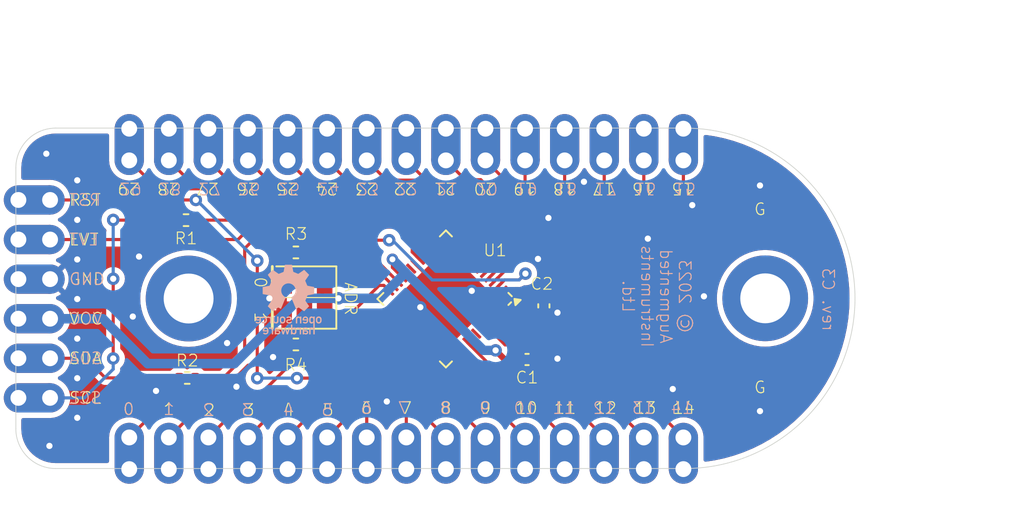
<source format=kicad_pcb>
(kicad_pcb (version 20240108) (generator "pcbnew") (generator_version "8.0")
  (title_block (title "TRILL-CRAFT") (date "2024-04-01") (rev "C3") (company "BELA / Augmented Instruments Ltd.") (comment 1 "https://bela.io"))
  (layers (0 "F.Cu" signal) (31 "B.Cu" signal) (34 "B.Paste" user) (35 "F.Paste" user) (36 "B.SilkS" user "B.Silkscreen") (37 "F.SilkS" user "F.Silkscreen") (38 "B.Mask" user) (39 "F.Mask" user) (44 "Edge.Cuts" user))
  (net 0 "")
  (net 1 "GND")
  (net 2 "VCC")
  (net 3 "/I2C_SCL")
  (net 4 "/I2C_SDA")
  (net 5 "/XRES")
  (net 6 "Net-(U1-(INT)P0[1])")
  (net 7 "/EVENT")
  (net 8 "/ADDR0")
  (net 9 "/ADDR1")
  (net 10 "Net-(J2-Pin_1)")
  (net 11 "Net-(J2-Pin_2)")
  (net 12 "Net-(J2-Pin_3)")
  (net 13 "Net-(J2-Pin_4)")
  (net 14 "Net-(J2-Pin_5)")
  (net 15 "Net-(J2-Pin_6)")
  (net 16 "Net-(J2-Pin_7)")
  (net 17 "Net-(J2-Pin_8)")
  (net 18 "Net-(J2-Pin_9)")
  (net 19 "Net-(J2-Pin_10)")
  (net 20 "Net-(J2-Pin_11)")
  (net 21 "Net-(J2-Pin_12)")
  (net 22 "Net-(J2-Pin_13)")
  (net 23 "Net-(J2-Pin_14)")
  (net 24 "Net-(J2-Pin_15)")
  (net 25 "Net-(J3-Pin_1)")
  (net 26 "Net-(J3-Pin_2)")
  (net 27 "Net-(J3-Pin_3)")
  (net 28 "Net-(J3-Pin_4)")
  (net 29 "Net-(J3-Pin_5)")
  (net 30 "Net-(J3-Pin_6)")
  (net 31 "Net-(J3-Pin_7)")
  (net 32 "Net-(J3-Pin_8)")
  (net 33 "Net-(J3-Pin_9)")
  (net 34 "Net-(J3-Pin_10)")
  (net 35 "Net-(J3-Pin_11)")
  (net 36 "Net-(J3-Pin_12)")
  (net 37 "Net-(J3-Pin_13)")
  (net 38 "Net-(J3-Pin_14)")
  (net 39 "Net-(J3-Pin_15)")
  (net 40 "Net-(U1-(PR{slash}SCL)P1[1])")
  (net 41 "Net-(U1-(PR{slash}SDA)P1[0])")
  (footprint "TRILL:trill_craft_1X6_2.54mm_castelated_round" (layer "F.Cu") (at 128.1811 98.7171 -90)
    (property "Reference" "J1" (hide yes))
    (property "Value" "Conn_01x06" (hide yes))
  )
  (footprint "Package_DFN_QFN:QFN-48-1EP_6x6mm_P0.4mm_EP4.6x4.6mm" (layer "F.Cu") (at 153.5811 105.0671 -135)
    (property "Reference" "U1")
    (property "Value" "CY8C20666A-24LQXI")
  )
  (footprint "Capacitor_SMD:C_0402_1005Metric" (layer "F.Cu") (at 158.788 108.9538 180)
    (property "Reference" "C1")
    (property "Value" "100nF")
  )
  (footprint "TRILL:trill_craft_1x15_2.54mm_castellated_round" (layer "F.Cu") (at 133.2611 113.9571)
    (property "Reference" "J2" (hide yes))
    (property "Value" "Conn_01x15_Female")
  )
  (footprint "TRILL:trill_craft_1x15_2.54mm_castellated_round" (layer "F.Cu") (at 168.8211 96.1771 180)
    (property "Reference" "J3" (hide yes))
    (property "Value" "Conn_01x15_Female")
  )
  (footprint "MountingHole:MountingHole_3.2mm_M3_ISO14580_Pad" (layer "F.Cu") (at 174.0711 105.029)
    (property "Reference" "H1" (hide yes))
    (property "Value" "MountingHole_Pad")
  )
  (footprint "Capacitor_SMD:C_0402_1005Metric" (layer "F.Cu") (at 159.8676 105.5116 -90)
    (property "Reference" "C2")
    (property "Value" "2.2nF")
  )
  (footprint "MountingHole:MountingHole_3.2mm_M3_ISO14580_Pad" (layer "F.Cu") (at 137.0711 105.0422)
    (property "Reference" "H2" (hide yes))
    (property "Value" "MountingHole_Pad")
  )
  (footprint "Resistor_SMD:R_0402_1005Metric" (layer "F.Cu") (at 143.955 102.0826 180)
    (property "Reference" "R3")
    (property "Value" "47k")
  )
  (footprint "Resistor_SMD:R_0402_1005Metric" (layer "F.Cu") (at 143.955 107.9886 180)
    (property "Reference" "R4")
    (property "Value" "47k")
  )
  (footprint "Resistor_SMD:R_0402_1005Metric" (layer "F.Cu") (at 136.906 100.0125 180)
    (property "Reference" "R1")
    (property "Value" "100")
  )
  (footprint "TRILL:trill_craft_circular_pad_smd" (layer "F.Cu") (at 171.958 99.949)
    (property "Reference" "TP1" (hide yes))
    (property "Value" "Conn_01x01_Female")
  )
  (footprint "TRILL:trill_craft_circular_pad_smd" (layer "F.Cu") (at 171.958 114.427)
    (property "Reference" "TP2" (hide yes))
    (property "Value" "Conn_01x01_Female")
  )
  (footprint "TRILL:SolderJumper-2x3_P1.3mm_Open_Pad1.0x1.5mm" (layer "F.Cu") (at 144.499601 103.979245 180)
    (property "Reference" "JP1" (hide yes))
    (property "Value" "Jumper_2x3_Open")
  )
  (footprint "Resistor_SMD:R_0402_1005Metric" (layer "F.Cu") (at 136.9822 110.1344 180)
    (property "Reference" "R2")
    (property "Value" "100")
  )
  (footprint "TRILL:OpenSourceHardware_Logo" (layer "B.Cu") (at 143.469927 105.655187 180)
    (property "Reference" "G5" (hide yes))
    (property "Value" "OpenSourceHardware_Logo")
  )
  (gr_line (start 168.91 94.107) (end 128.542066 94.107) (stroke (width 0.05)) (layer "Edge.Cuts"))
  (gr_line (start 125.984 96.647) (end 125.984 113.392934) (stroke (width 0.05)) (layer "Edge.Cuts"))
  (gr_line (start 128.524 115.951) (end 168.91 115.951) (stroke (width 0.05)) (layer "Edge.Cuts"))
  (gr_arc (start 125.984 96.647) (mid 126.739601 94.849845) (end 128.542066 94.107) (stroke (width 0.05)) (layer "Edge.Cuts"))
  (gr_arc (start 128.524 115.951) (mid 126.726845 115.195399) (end 125.984 113.392934) (stroke (width 0.05)) (layer "Edge.Cuts"))
  (gr_arc (start 168.91 94.107) (mid 179.832 105.029) (end 168.91 115.951) (stroke (width 0.05)) (layer "Edge.Cuts"))
  (gr_text "rev. ${REVISION}" (at 177.673 107.188 270) (layer "B.SilkS") (effects (font (size 0.75 0.75) (thickness 0.07)) (justify left bottom mirror)))
  (gr_text "29" (at 134.112 98.425 180) (layer "B.SilkS") (effects (font (size 0.75 0.75) (thickness 0.07)) (justify right top mirror)))
  (gr_text "26" (at 141.732 98.425 180) (layer "B.SilkS") (effects (font (size 0.75 0.75) (thickness 0.07)) (justify right top mirror)))
  (gr_text "27" (at 139.1793 98.425 180) (layer "B.SilkS") (effects (font (size 0.75 0.75) (thickness 0.07)) (justify right top mirror)))
  (gr_text "28" (at 136.652 98.425 180) (layer "B.SilkS") (effects (font (size 0.75 0.75) (thickness 0.07)) (justify right top mirror)))
  (gr_text "15" (at 169.672 98.425 180) (layer "B.SilkS") (effects (font (size 0.75 0.75) (thickness 0.07)) (justify right top mirror)))
  (gr_text "16" (at 167.132 98.425 180) (layer "B.SilkS") (effects (font (size 0.75 0.75) (thickness 0.07)) (justify right top mirror)))
  (gr_text "17" (at 164.592 98.425 180) (layer "B.SilkS") (effects (font (size 0.75 0.75) (thickness 0.07)) (justify right top mirror)))
  (gr_text "18" (at 162.052 98.425 180) (layer "B.SilkS") (effects (font (size 0.75 0.75) (thickness 0.07)) (justify right top mirror)))
  (gr_text "19" (at 159.512 98.425 180) (layer "B.SilkS") (effects (font (size 0.75 0.75) (thickness 0.07)) (justify right top mirror)))
  (gr_text "20" (at 156.972 98.425 180) (layer "B.SilkS") (effects (font (size 0.75 0.75) (thickness 0.07)) (justify right top mirror)))
  (gr_text "21" (at 154.4066 98.425 180) (layer "B.SilkS") (effects (font (size 0.75 0.75) (thickness 0.07)) (justify right top mirror)))
  (gr_text "22" (at 151.8158 98.425 180) (layer "B.SilkS") (effects (font (size 0.75 0.75) (thickness 0.07)) (justify right top mirror)))
  (gr_text "23" (at 149.352 98.425 180) (layer "B.SilkS") (effects (font (size 0.75 0.75) (thickness 0.07)) (justify right top mirror)))
  (gr_text "25" (at 144.272 98.425 180) (layer "B.SilkS") (effects (font (size 0.75 0.75) (thickness 0.07)) (justify right top mirror)))
  (gr_text "24" (at 146.812 98.425 180) (layer "B.SilkS") (effects (font (size 0.75 0.75) (thickness 0.07)) (justify right top mirror)))
  (gr_text "8" (at 153.1366 111.633 0) (layer "B.SilkS") (effects (font (size 0.75 0.75) (thickness 0.07)) (justify right top mirror)))
  (gr_text "13" (at 165.481 111.633 0) (layer "B.SilkS") (effects (font (size 0.75 0.75) (thickness 0.07)) (justify right top mirror)))
  (gr_text "14" (at 167.9575 111.633 0) (layer "B.SilkS") (effects (font (size 0.75 0.75) (thickness 0.07)) (justify right top mirror)))
  (gr_text "0" (at 133.223 112.141 0) (layer "B.SilkS") (effects (font (size 0.75 0.75) (thickness 0.07)) (justify mirror)))
  (gr_text "12\n" (at 162.9664 111.633 0) (layer "B.SilkS") (effects (font (size 0.75 0.75) (thickness 0.07)) (justify right top mirror)))
  (gr_text "11\n" (at 160.3756 111.633 0) (layer "B.SilkS") (effects (font (size 0.75 0.75) (thickness 0.07)) (justify right top mirror)))
  (gr_text "1" (at 135.8138 112.141 0) (layer "B.SilkS") (effects (font (size 0.75 0.75) (thickness 0.07)) (justify mirror)))
  (gr_text "2" (at 137.922 111.76 0) (layer "B.SilkS") (effects (font (size 0.75 0.75) (thickness 0.07)) (justify right top mirror)))
  (gr_text "3" (at 140.4112 111.76 0) (layer "B.SilkS") (effects (font (size 0.75 0.75) (thickness 0.07)) (justify right top mirror)))
  (gr_text "4" (at 143.0782 111.76 0) (layer "B.SilkS") (effects (font (size 0.75 0.75) (thickness 0.07)) (justify right top mirror)))
  (gr_text "5" (at 145.542 111.76 0) (layer "B.SilkS") (effects (font (size 0.75 0.75) (thickness 0.07)) (justify right top mirror)))
  (gr_text "6" (at 148.0566 111.633 0) (layer "B.SilkS") (effects (font (size 0.75 0.75) (thickness 0.07)) (justify right top mirror)))
  (gr_text "7" (at 150.4442 111.633 0) (layer "B.SilkS") (effects (font (size 0.75 0.75) (thickness 0.07)) (justify right top mirror)))
  (gr_text "9" (at 155.6766 111.633 0) (layer "B.SilkS") (effects (font (size 0.75 0.75) (thickness 0.07)) (justify right top mirror)))
  (gr_text "10" (at 157.8864 111.633 0) (layer "B.SilkS") (effects (font (size 0.75 0.75) (thickness 0.07)) (justify right top mirror)))
  (gr_text "GND" (at 129.3622 103.7971 0) (layer "B.SilkS") (effects (font (size 0.75 0.75) (thickness 0.07)) (justify right mirror)))
  (gr_text "© 2023\nAugmented\nInstruments\nLtd." (at 164.846 104.902 270) (layer "B.SilkS") (effects (font (size 0.75 0.75) (thickness 0.07)) (justify bottom mirror)))
  (gr_text "VCC" (at 129.3622 106.3371 0) (layer "B.SilkS") (effects (font (size 0.75 0.75) (thickness 0.07)) (justify right mirror)))
  (gr_text "SCL" (at 129.3622 111.4171 0) (layer "B.SilkS") (effects (font (size 0.75 0.75) (thickness 0.07)) (justify right mirror)))
  (gr_text "RST" (at 129.3622 98.7171 0) (layer "B.SilkS") (effects (font (size 0.75 0.75) (thickness 0.07)) (justify right mirror)))
  (gr_text "SDA" (at 129.3622 108.8771 0) (layer "B.SilkS") (effects (font (size 0.75 0.75) (thickness 0.07)) (justify right mirror)))
  (gr_text "EVT" (at 129.3622 101.2571 0) (layer "B.SilkS") (effects (font (size 0.75 0.75) (thickness 0.07)) (justify right mirror)))
  (gr_text "2" (at 138.811 111.76 0) (layer "F.SilkS") (effects (font (size 0.75 0.75) (thickness 0.07)) (justify right top)))
  (gr_text "0" (at 133.223 112.141 0) (layer "F.SilkS") (effects (font (size 0.75 0.75) (thickness 0.07))))
  (gr_text "25" (at 142.621 98.425 180) (layer "F.SilkS") (effects (font (size 0.75 0.75) (thickness 0.07)) (justify right top)))
  (gr_text "17" (at 162.941 98.425 180) (layer "F.SilkS") (effects (font (size 0.75 0.75) (thickness 0.07)) (justify right top)))
  (gr_text "16" (at 165.481 98.425 180) (layer "F.SilkS") (effects (font (size 0.75 0.75) (thickness 0.07)) (justify right top)))
  (gr_text "15" (at 168.021 98.425 180) (layer "F.SilkS") (effects (font (size 0.75 0.75) (thickness 0.07)) (justify right top)))
  (gr_text "23" (at 147.701 98.425 180) (layer "F.SilkS") (effects (font (size 0.75 0.75) (thickness 0.07)) (justify right top)))
  (gr_text "22" (at 150.1648 98.425 180) (layer "F.SilkS") (effects (font (size 0.75 0.75) (thickness 0.07)) (justify right top)))
  (gr_text "21" (at 152.7556 98.425 180) (layer "F.SilkS") (effects (font (size 0.75 0.75) (thickness 0.07)) (justify right top)))
  (gr_text "20" (at 155.321 98.425 180) (layer "F.SilkS") (effects (font (size 0.75 0.75) (thickness 0.07)) (justify right top)))
  (gr_text "19" (at 157.861 98.425 180) (layer "F.SilkS") (effects (font (size 0.75 0.75) (thickness 0.07)) (justify right top)))
  (gr_text "18" (at 160.401 98.425 180) (layer "F.SilkS") (effects (font (size 0.75 0.75) (thickness 0.07)) (justify right top)))
  (gr_text "24" (at 145.161 98.425 180) (layer "F.SilkS") (effects (font (size 0.75 0.75) (thickness 0.07)) (justify right top)))
  (gr_text "28" (at 135.001 98.425 180) (layer "F.SilkS") (effects (font (size 0.75 0.75) (thickness 0.07)) (justify right top)))
  (gr_text "26" (at 140.081 98.425 180) (layer "F.SilkS") (effects (font (size 0.75 0.75) (thickness 0.07)) (justify right top)))
  (gr_text "27" (at 137.5283 98.425 180) (layer "F.SilkS") (effects (font (size 0.75 0.75) (thickness 0.07)) (justify right top)))
  (gr_text "RST" (at 129.3622 98.7171 0) (layer "F.SilkS") (effects (font (size 0.75 0.75) (thickness 0.07)) (justify left)))
  (gr_text "10" (at 159.512 111.633 0) (layer "F.SilkS") (effects (font (size 0.75 0.75) (thickness 0.07)) (justify right top)))
  (gr_text "9" (at 156.5275 111.633 0) (layer "F.SilkS") (effects (font (size 0.75 0.75) (thickness 0.07)) (justify right top)))
  (gr_text "7" (at 151.4475 111.633 0) (layer "F.SilkS") (effects (font (size 0.75 0.75) (thickness 0.07)) (justify right top)))
  (gr_text "6" (at 148.9075 111.633 0) (layer "F.SilkS") (effects (font (size 0.75 0.75) (thickness 0.07)) (justify right top)))
  (gr_text "5" (at 146.431 111.76 0) (layer "F.SilkS") (effects (font (size 0.75 0.75) (thickness 0.07)) (justify right top)))
  (gr_text "4" (at 143.891 111.76 0) (layer "F.SilkS") (effects (font (size 0.75 0.75) (thickness 0.07)) (justify right top)))
  (gr_text "3" (at 141.351 111.76 0) (layer "F.SilkS") (effects (font (size 0.75 0.75) (thickness 0.07)) (justify right top)))
  (gr_text "11\n" (at 161.9885 111.633 0) (layer "F.SilkS") (effects (font (size 0.75 0.75) (thickness 0.07)) (justify right top)))
  (gr_text "12\n" (at 164.592 111.633 0) (layer "F.SilkS") (effects (font (size 0.75 0.75) (thickness 0.07)) (justify right top)))
  (gr_text "14" (at 169.6085 111.633 0) (layer "F.SilkS") (effects (font (size 0.75 0.75) (thickness 0.07)) (justify right top)))
  (gr_text "13" (at 167.132 111.633 0) (layer "F.SilkS") (effects (font (size 0.75 0.75) (thickness 0.07)) (justify right top)))
  (gr_text "8" (at 153.9875 111.633 0) (layer "F.SilkS") (effects (font (size 0.75 0.75) (thickness 0.07)) (justify right top)))
  (gr_text "1" (at 135.8011 112.141 0) (layer "F.SilkS") (effects (font (size 0.75 0.75) (thickness 0.07))))
  (gr_text "29" (at 132.461 98.425 180) (layer "F.SilkS") (effects (font (size 0.75 0.75) (thickness 0.07)) (justify right top)))
  (gr_text "SCL\n" (at 129.3622 111.4171 0) (layer "F.SilkS") (effects (font (size 0.75 0.75) (thickness 0.07)) (justify left)))
  (gr_text "SDA" (at 129.3622 108.8771 0) (layer "F.SilkS") (effects (font (size 0.75 0.75) (thickness 0.07)) (justify left)))
  (gr_text "VCC" (at 129.3622 106.3371 0) (layer "F.SilkS") (effects (font (size 0.75 0.75) (thickness 0.07)) (justify left)))
  (gr_text "G" (at 173.736 110.744 0) (layer "F.SilkS") (effects (font (size 0.75 0.75) (thickness 0.07))))
  (gr_text "GND" (at 129.3622 103.7971 0) (layer "F.SilkS") (effects (font (size 0.75 0.75) (thickness 0.07)) (justify left)))
  (gr_text "G" (at 173.736 99.314 0) (layer "F.SilkS") (effects (font (size 0.75 0.75) (thickness 0.07))))
  (gr_text "ADR" (at 147.469601 105.059845 270) (layer "F.SilkS") (effects (font (size 0.75 0.75) (thickness 0.07))))
  (gr_text "EVT" (at 129.3622 101.2571 0) (layer "F.SilkS") (effects (font (size 0.75 0.75) (thickness 0.07)) (justify left)))
  (segment (start 143.165 103.1164) (end 143.445 102.8364) (width 0.2) (layer "F.Cu") (net 1))
  (segment (start 143.445 107.9886) (end 143.445 107.2226) (width 0.2) (layer "F.Cu") (net 1))
  (segment (start 153.5811 104.784258) (end 151.636556 102.839714) (width 0.2) (layer "F.Cu") (net 1))
  (segment (start 153.5811 105.0671) (end 156.126684 105.0671) (width 0.2) (layer "F.Cu") (net 1))
  (segment (start 160.739601 108.899845) (end 160.685646 108.9538) (width 0.2) (layer "F.Cu") (net 1))
  (segment (start 143.165 104.0062) (end 143.165 103.1164) (width 0.2) (layer "F.Cu") (net 1))
  (segment (start 157.709584 106.65) (end 156.939857 105.880273) (width 0.2032) (layer "F.Cu") (net 1))
  (segment (start 143.165 104.0062) (end 143.165 104.9634) (width 0.2) (layer "F.Cu") (net 1))
  (segment (start 173.736 97.79) (end 171.958 97.79) (width 0.6096) (layer "F.Cu") (net 1))
  (segment (start 160.685646 108.9538) (end 159.268 108.9538) (width 0.2) (layer "F.Cu") (net 1))
  (segment (start 142.2532 105.029) (end 143.0994 105.029) (width 0.2) (layer "F.Cu") (net 1))
  (segment (start 173.736 112.268) (end 171.958 112.268) (width 0.6096) (layer "F.Cu") (net 1))
  (segment (start 153.5811 105.0671) (end 153.5811 104.784258) (width 0.2) (layer "F.Cu") (net 1))
  (segment (start 143.165 106.0062) (end 143.165 106.9426) (width 0.2) (layer "F.Cu") (net 1))
  (segment (start 159.836016 106.023184) (end 159.8676 105.9916) (width 0.35) (layer "F.Cu") (net 1))
  (segment (start 159.266262 106.023184) (end 159.836016 106.023184) (width 0.35) (layer "F.Cu") (net 1))
  (segment (start 143.165 104.9634) (end 143.165 106.0062) (width 0.2) (layer "F.Cu") (net 1))
  (segment (start 158.239601 106.65) (end 157.709584 106.65) (width 0.2032) (layer "F.Cu") (net 1))
  (segment (start 143.445 107.2226) (end 143.165 106.9426) (width 0.2) (layer "F.Cu") (net 1))
  (segment (start 143.0994 105.029) (end 143.165 104.9634) (width 0.2) (layer "F.Cu") (net 1))
  (segment (start 158.239601 106.65) (end 158.639446 106.65) (width 0.35) (layer "F.Cu") (net 1))
  (segment (start 156.126684 105.0671) (end 156.939857 105.880273) (width 0.2) (layer "F.Cu") (net 1))
  (segment (start 129.925 110.155) (end 129.925 112.695) (width 0.508) (layer "F.Cu") (net 1))
  (segment (start 158.639446 106.65) (end 159.266262 106.023184) (width 0.35) (layer "F.Cu") (net 1))
  (segment (start 129.925 107.615) (end 129.925 105.075) (width 0.508) (layer "F.Cu") (net 1))
  (segment (start 143.445 102.8364) (end 143.445 102.0826) (width 0.2) (layer "F.Cu") (net 1))
  (via (at 160.739601 108.899845) (size 0.8) (drill 0.4) (layers "F.Cu" "B.Cu") (net 1))
  (via (at 155.239601 104.549845) (size 0.8) (drill 0.4) (layers "F.Cu" "B.Cu") (net 1))
  (via (at 151.939601 105.599845) (size 0.8) (drill 0.4) (layers "F.Cu" "B.Cu") (net 1))
  (via (at 169.389601 99.049845) (size 0.8) (drill 0.4) (layers "F.Cu" "B.Cu") (net 1))
  (via (at 166.539601 101.199845) (size 0.8) (drill 0.4) (layers "F.Cu" "B.Cu") (net 1))
  (via (at 170.139601 104.899845) (size 0.8) (drill 0.4) (layers "F.Cu" "B.Cu") (net 1))
  (via (at 134.98 110.97) (size 0.8) (drill 0.4) (layers "F.Cu" "B.Cu") (net 1))
  (via (at 129.925 110.155) (size 0.8) (drill 0.4) (layers "F.Cu" "B.Cu") (net 1))
  (via (at 160.159601 99.869845) (size 0.8) (drill 0.4) (layers "F.Cu" "B.Cu") (net 1))
  (via (at 129.925 97.455) (size 0.8) (drill 0.4) (layers "F.Cu" "B.Cu") (net 1))
  (via (at 142.489601 108.799845) (size 0.8) (drill 0.4) (layers "F.Cu" "B.Cu") (net 1))
  (via (at 173.736 97.79) (size 0.8) (drill 0.4) (layers "F.Cu" "B.Cu") (net 1))
  (via (at 168.139601 110.849845) (size 0.8) (drill 0.4) (layers "F.Cu" "B.Cu") (net 1))
  (via (at 162.439601 97.549845) (size 0.8) (drill 0.4) (layers "F.Cu" "B.Cu") (net 1))
  (via (at 129.925 112.695) (size 0.8) (drill 0.4) (layers "F.Cu" "B.Cu") (net 1))
  (via (at 129.925 102.535) (size 0.8) (drill 0.4) (layers "F.Cu" "B.Cu") (net 1))
  (via (at 140.139601 110.699845) (size 0.8) (drill 0.4) (layers "F.Cu" "B.Cu") (net 1))
  (via (at 133.889601 102.349845) (size 0.8) (drill 0.4) (layers "F.Cu" "B.Cu") (net 1))
  (via (at 128.139601 114.499845) (size 0.8) (drill 0.4) (layers "F.Cu" "B.Cu") (net 1))
  (via (at 129.925 105.075) (size 0.8) (drill 0.4) (layers "F.Cu" "B.Cu") (net 1))
  (via (at 142.2532 105.029) (size 0.8) (drill 0.4) (layers "F.Cu" "B.Cu") (net 1))
  (via (at 139.539601 107.899845) (size 0.8) (drill 0.4) (layers "F.Cu" "B.Cu") (net 1))
  (via (at 159.489601 102.499845) (size 0.8) (drill 0.4) (layers "F.Cu" "B.Cu") (net 1))
  (via (at 173.736 112.268) (size 0.8) (drill 0.4) (layers "F.Cu" "B.Cu") (net 1))
  (via (at 127.939601 95.749845) (size 0.8) (drill 0.4) (layers "F.Cu" "B.Cu") (net 1))
  (via (at 129.925 107.615) (size 0.8) (drill 0.4) (layers "F.Cu" "B.Cu") (net 1))
  (via (at 160.739601 105.949845) (size 0.8) (drill 0.4) (layers "F.Cu" "B.Cu") (net 1))
  (via (at 133.489601 106.199845) (size 0.8) (drill 0.4) (layers "F.Cu" "B.Cu") (net 1))
  (via (at 129.925 99.995) (size 0.8) (drill 0.4) (layers "F.Cu" "B.Cu") (net 1))
  (via (at 149.789601 111.649845) (size 0.8) (drill 0.4) (layers "F.Cu" "B.Cu") (net 1))
  (segment (start 129.925 110.155) (end 129.925 107.615) (width 0.508) (layer "B.Cu") (net 1))
  (segment (start 145.6503 105.029) (end 145.6503 106.045) (width 0.2) (layer "F.Cu") (net 2))
  (segment (start 156.033986 108.368514) (end 155.242801 107.577329) (width 0.2) (layer "F.Cu") (net 2))
  (segment (start 146.6855 105.029) (end 145.6503 105.029) (width 0.2) (layer "F.Cu") (net 2))
  (segment (start 150.15 103.050214) (end 150.15 102.525) (width 0.2) (layer "F.Cu") (net 2))
  (segment (start 156.770932 108.368514) (end 157.356218 108.9538) (width 0.4) (layer "F.Cu") (net 2))
  (segment (start 156.770932 108.368514) (end 156.033986 108.368514) (width 0.2) (layer "F.Cu") (net 2))
  (segment (start 145.6503 104.0257) (end 145.6503 105.029) (width 0.2) (layer "F.Cu") (net 2))
  (segment (start 157.639601 108.9538) (end 158.308 108.9538) (width 0.2) (layer "F.Cu") (net 2))
  (segment (start 150.15 103.050214) (end 150.788028 103.688242) (width 0.2) (layer "F.Cu") (net 2))
  (segment (start 157.356218 108.9538) (end 157.639601 108.9538) (width 0.4) (layer "F.Cu") (net 2))
  (via (at 156.770932 108.368514) (size 0.8) (drill 0.4) (layers "F.Cu" "B.Cu") (net 2))
  (via (at 146.6855 105.029) (size 0.8) (drill 0.4) (layers "F.Cu" "B.Cu") (net 2))
  (via (at 150.15 102.525) (size 0.7366) (drill 0.381) (layers "F.Cu" "B.Cu") (net 2))
  (segment (start 134.4422 109.22) (end 140.0048 109.22) (width 0.6096) (layer "B.Cu") (net 2))
  (segment (start 150.15 102.525) (end 151 103.375) (width 0.6096) (layer "B.Cu") (net 2))
  (segment (start 156.770932 108.368514) (end 155.993514 108.368514) (width 0.6) (layer "B.Cu") (net 2))
  (segment (start 155.993514 108.368514) (end 151 103.375) (width 0.6) (layer "B.Cu") (net 2))
  (segment (start 131.5593 106.3371) (end 134.4422 109.22) (width 0.6096) (layer "B.Cu") (net 2))
  (segment (start 140.0048 109.22) (end 144.1958 105.029) (width 0.6096) (layer "B.Cu") (net 2))
  (segment (start 144.1958 105.029) (end 146.6855 105.029) (width 0.6096) (layer "B.Cu") (net 2))
  (segment (start 128.1811 106.3371) (end 131.5593 106.3371) (width 0.6096) (layer "B.Cu") (net 2))
  (segment (start 149.346 105.029) (end 151 103.375) (width 0.6096) (layer "B.Cu") (net 2))
  (segment (start 146.6855 105.029) (end 149.346 105.029) (width 0.6096) (layer "B.Cu") (net 2))
  (segment (start 132.2324 100.0125) (end 136.396 100.0125) (width 0.2) (layer "F.Cu") (net 3))
  (segment (start 132.2324 103.775) (end 132.2324 108.8898) (width 0.2) (layer "F.Cu") (net 3))
  (via (at 132.2324 99.9998) (size 0.8) (drill 0.4) (layers "F.Cu" "B.Cu") (net 3))
  (via (at 132.2324 103.775) (size 0.8) (drill 0.4) (layers "F.Cu" "B.Cu") (net 3))
  (via (at 132.2324 108.8898) (size 0.8) (drill 0.4) (layers "F.Cu" "B.Cu") (net 3))
  (segment (start 132.2324 108.8898) (end 132.2324 109.5756) (width 0.2) (layer "B.Cu") (net 3))
  (segment (start 130.3909 111.4171) (end 128.1811 111.4171) (width 0.2) (layer "B.Cu") (net 3))
  (segment (start 132.2324 109.5756) (end 130.3909 111.4171) (width 0.2) (layer "B.Cu") (net 3))
  (segment (start 132.2324 99.9998) (end 132.2324 103.775) (width 0.2) (layer "B.Cu") (net 3))
  (segment (start 128.1811 108.8771) (end 130.4671 108.8771) (width 0.2) (layer "F.Cu") (net 4))
  (segment (start 136.4722 110.1344) (end 131.7244 110.1344) (width 0.2) (layer "F.Cu") (net 4))
  (segment (start 130.4671 108.8771) (end 131.4323 109.8423) (width 0.2) (layer "F.Cu") (net 4))
  (segment (start 131.7244 110.1344) (end 131.4323 109.8423) (width 0.2) (layer "F.Cu") (net 4))
  (segment (start 150.222343 105.880273) (end 145.952616 110.15) (width 0.2) (layer "F.Cu") (net 5))
  (segment (start 137.5329 98.7171) (end 128.1811 98.7171) (width 0.2) (layer "F.Cu") (net 5))
  (segment (start 145.952616 110.15) (end 144.025 110.15) (width 0.2) (layer "F.Cu") (net 5))
  (segment (start 141.478 102.616) (end 141.475 110.15) (width 0.2) (layer "F.Cu") (net 5))
  (via (at 137.5329 98.7171) (size 0.8) (drill 0.4) (layers "F.Cu" "B.Cu") (net 5))
  (via (at 141.475 110.15) (size 0.8) (drill 0.4) (layers "F.Cu" "B.Cu") (net 5))
  (via (at 144.025 110.15) (size 0.8) (drill 0.4) (layers "F.Cu" "B.Cu") (net 5))
  (via (at 141.478 102.616) (size 0.8) (drill 0.4) (layers "F.Cu" "B.Cu") (net 5))
  (segment (start 137.5791 98.7171) (end 141.478 102.616) (width 0.2) (layer "B.Cu") (net 5))
  (segment (start 137.5329 98.7171) (end 137.5791 98.7171) (width 0.2) (layer "B.Cu") (net 5))
  (segment (start 144.025 110.15) (end 141.475 110.15) (width 0.2) (layer "B.Cu") (net 5))
  (segment (start 159.8676 105.0316) (end 159.076876 105.0316) (width 0.4) (layer "F.Cu") (net 6))
  (segment (start 158.108476 106) (end 157.62527 106) (width 0.2032) (layer "F.Cu") (net 6))
  (segment (start 157.62527 106) (end 157.2227 105.59743) (width 0.2032) (layer "F.Cu") (net 6))
  (segment (start 159.076876 105.0316) (end 158.108476 106) (width 0.2032) (layer "F.Cu") (net 6))
  (segment (start 148.505 101.08) (end 145.7 101.08) (width 0.2) (layer "F.Cu") (net 7))
  (segment (start 145.2675 100.6475) (end 140.8525 100.6475) (width 0.2) (layer "F.Cu") (net 7))
  (segment (start 140.8525 100.6475) (end 140.2429 101.2571) (width 0.2) (layer "F.Cu") (net 7))
  (segment (start 149.939601 101.3) (end 148.725 101.3) (width 0.2) (layer "F.Cu") (net 7))
  (segment (start 157.343939 103.849845) (end 156.939857 104.253927) (width 0.2) (layer "F.Cu") (net 7))
  (segment (start 140.2429 101.2571) (end 128.1811 101.2571) (width 0.2) (layer "F.Cu") (net 7))
  (segment (start 145.7 101.08) (end 145.2675 100.6475) (width 0.2) (layer "F.Cu") (net 7))
  (segment (start 148.725 101.3) (end 148.505 101.08) (width 0.2) (layer "F.Cu") (net 7))
  (segment (start 158.278155 103.849845) (end 157.343939 103.849845) (width 0.2) (layer "F.Cu") (net 7))
  (segment (start 158.683878 103.444122) (end 158.278155 103.849845) (width 0.2) (layer "F.Cu") (net 7))
  (via (at 158.683878 103.444122) (size 0.8) (drill 0.4) (layers "F.Cu" "B.Cu") (net 7))
  (via (at 149.939601 101.3) (size 0.8) (drill 0.4) (layers "F.Cu" "B.Cu") (net 7))
  (segment (start 152.7 103.85) (end 150.15 101.3) (width 0.2) (layer "B.Cu") (net 7))
  (segment (start 158.278 103.85) (end 152.7 103.85) (width 0.2) (layer "B.Cu") (net 7))
  (segment (start 150.15 101.3) (end 149.939601 101.3) (width 0.2) (layer "B.Cu") (net 7))
  (segment (start 158.683878 103.444122) (end 158.278 103.85) (width 0.2) (layer "B.Cu") (net 7))
  (segment (start 144.465 102.0826) (end 144.465 104.011) (width 0.2) (layer "F.Cu") (net 8))
  (segment (start 148.051016 102.0826) (end 144.465 102.0826) (width 0.2) (layer "F.Cu") (net 8))
  (segment (start 150.222343 104.253927) (end 148.051016 102.0826) (width 0.2) (layer "F.Cu") (net 8))
  (segment (start 144.465 107.9886) (end 145.5114 107.9886) (width 0.2) (layer "F.Cu") (net 9))
  (segment (start 145.5114 107.9886) (end 149.3 104.2) (width 0.2) (layer "F.Cu") (net 9))
  (segment (start 144.465 107.9886) (end 144.465 106.0597) (width 0.2) (layer "F.Cu") (net 9))
  (segment (start 149.59945 104.2) (end 149.93786 104.53841) (width 0.2) (layer "F.Cu") (net 9))
  (segment (start 144.465 106.0597) (end 144.4503 106.045) (width 0.2) (layer "F.Cu") (net 9))
  (segment (start 149.3 104.2) (end 149.59945 104.2) (width 0.2) (layer "F.Cu") (net 9))
  (segment (start 149.9395 105.59743) (end 146.36773 109.1692) (width 0.2) (layer "F.Cu") (net 10))
  (segment (start 146.36773 109.1692) (end 145.589913 109.1692) (width 0.2) (layer "F.Cu") (net 10))
  (segment (start 141.2494 111.6076) (end 143.6878 109.1692) (width 0.2032) (layer "F.Cu") (net 10))
  (segment (start 133.2611 113.9571) (end 135.6106 111.6076) (width 0.2032) (layer "F.Cu") (net 10))
  (segment (start 135.6106 111.6076) (end 141.2494 111.6076) (width 0.2032) (layer "F.Cu") (net 10))
  (segment (start 143.6878 109.1692) (end 145.589913 109.1692) (width 0.2032) (layer "F.Cu") (net 10))
  (segment (start 141.492 112) (end 137.7582 112) (width 0.2032) (layer "F.Cu") (net 11))
  (segment (start 142.192155 111.299845) (end 141.492 112) (width 0.2032) (layer "F.Cu") (net 11))
  (segment (start 144.489601 111.199845) (end 144.389601 111.299845) (width 0.2032) (layer "F.Cu") (net 11))
  (segment (start 145.868457 110.799845) (end 150.505186 106.163116) (width 0.2) (layer "F.Cu") (net 11))
  (segment (start 144.889601 110.799845) (end 145.868457 110.799845) (width 0.2) (layer "F.Cu") (net 11))
  (segment (start 137.7582 112) (end 135.8011 113.9571) (width 0.2032) (layer "F.Cu") (net 11))
  (segment (start 144.489601 111.199845) (end 144.889601 110.799845) (width 0.2) (layer "F.Cu") (net 11))
  (segment (start 144.389601 111.299845) (end 142.192155 111.299845) (width 0.2032) (layer "F.Cu") (net 11))
  (segment (start 146.211871 111.022115) (end 146.20847 111.022115) (width 0.2032) (layer "F.Cu") (net 12))
  (segment (start 146.20847 111.022115) (end 146.03074 111.199845) (width 0.2032) (layer "F.Cu") (net 12))
  (segment (start 145.100723 111.199845) (end 144.619723 111.680845) (width 0.2032) (layer "F.Cu") (net 12))
  (segment (start 146.03074 111.199845) (end 145.100723 111.199845) (width 0.2032) (layer "F.Cu") (net 12))
  (segment (start 141.627 112.5) (end 139.7982 112.5) (width 0.2032) (layer "F.Cu") (net 12))
  (segment (start 142.446155 111.680845) (end 141.627 112.5) (width 0.2032) (layer "F.Cu") (net 12))
  (segment (start 144.619723 111.680845) (end 142.446155 111.680845) (width 0.2032) (layer "F.Cu") (net 12))
  (segment (start 150.788028 106.445958) (end 146.211871 111.022115) (width 0.2) (layer "F.Cu") (net 12))
  (segment (start 139.7982 112.5) (end 138.3411 113.9571) (width 0.2032) (layer "F.Cu") (net 12))
  (segment (start 142.776355 112.061845) (end 140.8811 113.9571) (width 0.2032) (layer "F.Cu") (net 13))
  (segment (start 145.258539 111.580845) (end 144.777539 112.061845) (width 0.2032) (layer "F.Cu") (net 13))
  (segment (start 144.777539 112.061845) (end 142.776355 112.061845) (width 0.2032) (layer "F.Cu") (net 13))
  (segment (start 146.344714 111.454958) (end 146.218827 111.580845) (width 0.2032) (layer "F.Cu") (net 13))
  (segment (start 151.070871 106.728801) (end 146.344714 111.454958) (width 0.2) (layer "F.Cu") (net 13))
  (segment (start 146.218827 111.580845) (end 145.258539 111.580845) (width 0.2032) (layer "F.Cu") (net 13))
  (segment (start 146.452557 111.912801) (end 151.353714 107.011644) (width 0.2) (layer "F.Cu") (net 14))
  (segment (start 145.416355 111.961845) (end 143.4211 113.9571) (width 0.2032) (layer "F.Cu") (net 14))
  (segment (start 146.403513 111.961845) (end 145.416355 111.961845) (width 0.2032) (layer "F.Cu") (net 14))
  (segment (start 146.452557 111.912801) (end 146.403513 111.961845) (width 0.2032) (layer "F.Cu") (net 14))
  (segment (start 147.05 112.8682) (end 146.900899 113.017301) (width 0.2) (layer "F.Cu") (net 15))
  (segment (start 151.636556 107.294486) (end 147.05 111.881042) (width 0.2) (layer "F.Cu") (net 15))
  (segment (start 147.05 111.881042) (end 147.05 112.8682) (width 0.2) (layer "F.Cu") (net 15))
  (segment (start 145.9611 113.9571) (end 146.900899 113.017301) (width 0.2032) (layer "F.Cu") (net 15))
  (segment (start 148.5011 113.9571) (end 148.5011 110.995628) (width 0.2032) (layer "F.Cu") (net 16))
  (segment (start 148.5011 110.995628) (end 151.919399 107.577329) (width 0.2032) (layer "F.Cu") (net 16))
  (segment (start 151.0411 113.9571) (end 151.0411 109.021314) (width 0.2) (layer "F.Cu") (net 17))
  (segment (start 151.0411 109.021314) (end 152.202242 107.860172) (width 0.2) (layer "F.Cu") (net 17))
  (segment (start 151.887991 108.740107) (end 151.4205 109.207598) (width 0.2032) (layer "F.Cu") (net 18))
  (segment (start 151.4205 111.7965) (end 153.5811 113.9571) (width 0.2032) (layer "F.Cu") (net 18))
  (segment (start 151.4205 109.207598) (end 151.4205 111.7965) (width 0.2032) (layer "F.Cu") (net 18))
  (segment (start 151.887991 108.740107) (end 152.485084 108.143014) (width 0.2) (layer "F.Cu") (net 18))
  (segment (start 152.288796 110.09904) (end 156.1211 113.931344) (width 0.2032) (layer "F.Cu") (net 19))
  (segment (start 152.288796 110.09904) (end 152.288796 108.904988) (width 0.2) (layer "F.Cu") (net 19))
  (segment (start 152.288796 108.904988) (end 152.767927 108.425857) (width 0.2) (layer "F.Cu") (net 19))
  (segment (start 156.1211 113.931344) (end 156.1211 113.9571) (width 0.2032) (layer "F.Cu") (net 19))
  (segment (start 154.839601 111.9632) (end 156.6672 111.9632) (width 0.2032) (layer "F.Cu") (net 20))
  (segment (start 154.839601 111.9632) (end 154.752956 111.9632) (width 0.2) (layer "F.Cu") (net 20))
  (segment (start 156.6672 111.9632) (end 158.6611 113.9571) (width 0.2032) (layer "F.Cu") (net 20))
  (segment (start 154.752956 111.9632) (end 152.689601 109.899845) (width 0.2) (layer "F.Cu") (net 20))
  (segment (start 152.689601 109.899845) (end 152.689601 109.069869) (width 0.2) (layer "F.Cu") (net 20))
  (segment (start 152.689601 109.069869) (end 153.05077 108.7087) (width 0.2) (layer "F.Cu") (net 20))
  (segment (start 156.85792 111.45519) (end 154.11143 108.7087) (width 0.2032) (layer "F.Cu") (net 21))
  (segment (start 161.2011 113.9571) (end 158.69919 111.45519) (width 0.2032) (layer "F.Cu") (net 21))
  (segment (start 158.69919 111.45519) (end 156.85792 111.45519) (width 0.2032) (layer "F.Cu") (net 21))
  (segment (start 156.991806 111.02339) (end 154.394273 108.425857) (width 0.2032) (layer "F.Cu") (net 22))
  (segment (start 158.82339 111.02339) (end 156.991806 111.02339) (width 0.2032) (layer "F.Cu") (net 22))
  (segment (start 160.80739 111.02339) (end 163.7411 113.9571) (width 0.2032) (layer "F.Cu") (net 22))
  (segment (start 158.82339 111.02339) (end 160.80739 111.02339) (width 0.2032) (layer "F.Cu") (net 22))
  (segment (start 158.79969 110.60031) (end 157.134412 110.60031) (width 0.2032) (layer "F.Cu") (net 23))
  (segment (start 157.134412 110.60031) (end 154.677116 108.143014) (width 0.2032) (layer "F.Cu") (net 23))
  (segment (start 162.92431 110.60031) (end 166.2811 113.9571) (width 0.2032) (layer "F.Cu") (net 23))
  (segment (start 158.79969 110.60031) (end 162.92431 110.60031) (width 0.2032) (layer "F.Cu") (net 23))
  (segment (start 158.0225 110.1725) (end 165.0365 110.1725) (width 0.2032) (layer "F.Cu") (net 24))
  (segment (start 154.959958 107.860172) (end 157.272286 110.1725) (width 0.2) (layer "F.Cu") (net 24))
  (segment (start 165.0365 110.1725) (end 168.8211 113.9571) (width 0.2032) (layer "F.Cu") (net 24))
  (segment (start 157.272286 110.1725) (end 158.0225 110.1725) (width 0.2) (layer "F.Cu") (net 24))
  (segment (start 164.570601 104.568845) (end 161.125946 108.0135) (width 0.2032) (layer "F.Cu") (net 25))
  (segment (start 168.8211 97.668346) (end 164.570601 101.918845) (width 0.2032) (layer "F.Cu") (net 25))
  (segment (start 164.570601 101.918845) (end 164.570601 104.568845) (width 0.2032) (layer "F.Cu") (net 25))
  (segment (start 168.8211 96.1771) (end 168.8211 97.668346) (width 0.2032) (layer "F.Cu") (net 25))
  (segment (start 161.125946 108.0135) (end 157.376028 108.0135) (width 0.2032) (layer "F.Cu") (net 25))
  (segment (start 157.376028 108.0135) (end 156.091329 106.728801) (width 0.2032) (layer "F.Cu") (net 25))
  (segment (start 166.2811 97.608346) (end 166.2811 96.1771) (width 0.2032) (layer "F.Cu") (net 26))
  (segment (start 157.478543 107.550329) (end 161.050301 107.550329) (width 0.2032) (layer "F.Cu") (net 26))
  (segment (start 164.189601 99.699845) (end 166.2811 97.608346) (width 0.2032) (layer "F.Cu") (net 26))
  (segment (start 164.189601 104.411029) (end 164.189601 99.699845) (width 0.2032) (layer "F.Cu") (net 26))
  (segment (start 161.050301 107.550329) (end 164.189601 104.411029) (width 0.2032) (layer "F.Cu") (net 26))
  (segment (start 156.374172 106.445958) (end 157.478543 107.550329) (width 0.2032) (layer "F.Cu") (net 26))
  (segment (start 163.7411 96.1771) (end 163.7411 104.320714) (width 0.2032) (layer "F.Cu") (net 27))
  (segment (start 160.939294 107.12252) (end 157.616418 107.12252) (width 0.2032) (layer "F.Cu") (net 27))
  (segment (start 157.616418 107.12252) (end 156.657014 106.163116) (width 0.2032) (layer "F.Cu") (net 27))
  (segment (start 163.7411 104.320714) (end 160.939294 107.12252) (width 0.2032) (layer "F.Cu") (net 27))
  (segment (start 161.2011 97.5489) (end 159.2 99.55) (width 0.2) (layer "F.Cu") (net 28))
  (segment (start 161.2011 96.1771) (end 161.2011 97.5489) (width 0.2) (layer "F.Cu") (net 28))
  (segment (start 159.2 101.428098) (end 156.657014 103.971084) (width 0.2) (layer "F.Cu") (net 28))
  (segment (start 159.2 99.55) (end 159.2 101.428098) (width 0.2) (layer "F.Cu") (net 28))
  (segment (start 158.6611 96.1771) (end 158.6611 101.401314) (width 0.2) (layer "F.Cu") (net 29))
  (segment (start 158.6611 101.401314) (end 156.374172 103.688242) (width 0.2) (layer "F.Cu") (net 29))
  (segment (start 156.1211 96.1771) (end 157.822 97.878) (width 0.2) (layer "F.Cu") (net 30))
  (segment (start 157.723364 101.773364) (end 156.091329 103.405399) (width 0.2) (layer "F.Cu") (net 30))
  (segment (start 158.15 98.206) (end 157.822 97.878) (width 0.2) (layer "F.Cu") (net 30))
  (segment (start 157.723364 101.773364) (end 158.15 101.346728) (width 0.2) (layer "F.Cu") (net 30))
  (segment (start 158.15 101.346728) (end 158.15 98.206) (width 0.2) (layer "F.Cu") (net 30))
  (segment (start 157.6 101.331042) (end 155.808486 103.122556) (width 0.2032) (layer "F.Cu") (net 31))
  (segment (start 157.6 99.2) (end 157.6 101.331042) (width 0.2032) (layer "F.Cu") (net 31))
  (segment (start 154.823701 97.419701) (end 155.819701 97.419701) (width 0.2032) (layer "F.Cu") (net 31))
  (segment (start 153.5811 96.1771) (end 154.823701 97.419701) (width 0.2032) (layer "F.Cu") (net 31))
  (segment (start 155.819701 97.419701) (end 157.6 99.2) (width 0.2032) (layer "F.Cu") (net 31))
  (segment (start 153.385647 97.847511) (end 155.597511 97.847511) (width 0.2032) (layer "F.Cu") (net 32))
  (segment (start 157.1 101.265358) (end 155.525644 102.839714) (width 0.2032) (layer "F.Cu") (net 32))
  (segment (start 155.597511 97.847511) (end 157.1 99.35) (width 0.2032) (layer "F.Cu") (net 32))
  (segment (start 151.0411 96.1771) (end 152.283701 97.419701) (width 0.2032) (layer "F.Cu") (net 32))
  (segment (start 152.957837 97.419701) (end 153.385647 97.847511) (width 0.2032) (layer "F.Cu") (net 32))
  (segment (start 152.283701 97.419701) (end 152.957837 97.419701) (width 0.2032) (layer "F.Cu") (net 32))
  (segment (start 157.1 99.35) (end 157.1 101.265358) (width 0.2032) (layer "F.Cu") (net 32))
  (segment (start 148.5011 96.1771) (end 149.7711 97.4471) (width 0.2032) (layer "F.Cu") (net 33))
  (segment (start 152.038411 97.847511) (end 152.847511 97.847511) (width 0.2032) (layer "F.Cu") (net 33))
  (segment (start 151.638 97.4471) (end 152.038411 97.847511) (width 0.2032) (layer "F.Cu") (net 33))
  (segment (start 156.549836 101.249836) (end 155.242801 102.556871) (width 0.2) (layer "F.Cu") (net 33))
  (segment (start 153.25 98.25) (end 155.25 98.25) (width 0.2032) (layer "F.Cu") (net 33))
  (segment (start 155.25 98.25) (end 156 99) (width 0.2032) (layer "F.Cu") (net 33))
  (segment (start 152.847511 97.847511) (end 153.25 98.25) (width 0.2032) (layer "F.Cu") (net 33))
  (segment (start 149.7711 97.4471) (end 151.638 97.4471) (width 0.2032) (layer "F.Cu") (net 33))
  (segment (start 156 99) (end 156.549836 99.549836) (width 0.2) (layer "F.Cu") (net 33))
  (segment (start 156.549836 99.549836) (end 156.549836 101.249836) (width 0.2) (layer "F.Cu") (net 33))
  (segment (start 152.601593 98.275321) (end 153.038136 98.711864) (width 0.2032) (layer "F.Cu") (net 34))
  (segment (start 156 101.233986) (end 156 99.75) (width 0.2) (layer "F.Cu") (net 34))
  (segment (start 154.961864 98.711864) (end 155.625 99.375) (width 0.2032) (layer "F.Cu") (net 34))
  (segment (start 151.856621 98.275321) (end 152.601593 98.275321) (width 0.2032) (layer "F.Cu") (net 34))
  (segment (start 151.45621 97.87491) (end 151.856621 98.275321) (width 0.2032) (layer "F.Cu") (net 34))
  (segment (start 156 99.75) (end 155.625 99.375) (width 0.2) (layer "F.Cu") (net 34))
  (segment (start 154.959958 102.274028) (end 156 101.233986) (width 0.2) (layer "F.Cu") (net 34))
  (segment (start 145.9611 96.1771) (end 147.65891 97.87491) (width 0.2032) (layer "F.Cu") (net 34))
  (segment (start 153.038136 98.711864) (end 154.961864 98.711864) (width 0.2032) (layer "F.Cu") (net 34))
  (segment (start 147.65891 97.87491) (end 151.45621 97.87491) (width 0.2032) (layer "F.Cu") (net 34))
  (segment (start 155.434151 100.034151) (end 155.434151 101.234151) (width 0.2032) (layer "F.Cu") (net 35))
  (segment (start 147.0607 98.3107) (end 151.2824 98.3107) (width 0.2032) (layer "F.Cu") (net 35))
  (segment (start 145.113 97.869) (end 146.619 97.869) (width 0.2032) (layer "F.Cu") (net 35))
  (segment (start 151.2824 98.3107) (end 151.674831 98.703131) (width 0.2032) (layer "F.Cu") (net 35))
  (segment (start 146.619 97.869) (end 147.0607 98.3107) (width 0.2032) (layer "F.Cu") (net 35))
  (segment (start 154.530941 99.130941) (end 155.434151 100.034151) (width 0.2032) (layer "F.Cu") (net 35))
  (segment (start 152.491267 98.703131) (end 152.919077 99.130941) (width 0.2032) (layer "F.Cu") (net 35))
  (segment (start 151.674831 98.703131) (end 152.491267 98.703131) (width 0.2032) (layer "F.Cu") (net 35))
  (segment (start 155.434151 101.234151) (end 154.677116 101.991186) (width 0.2) (layer "F.Cu") (net 35))
  (segment (start 143.4211 96.1771) (end 145.113 97.869) (width 0.2032) (layer "F.Cu") (net 35))
  (segment (start 152.919077 99.130941) (end 154.530941 99.130941) (width 0.2032) (layer "F.Cu") (net 35))
  (segment (start 154.951308 100.351308) (end 154.951308 101.151308) (width 0.2032) (layer "F.Cu") (net 36))
  (segment (start 151.493041 99.130941) (end 152.380941 99.130941) (width 0.2032) (layer "F.Cu") (net 36))
  (segment (start 154.1807 99.5807) (end 154.951308 100.351308) (width 0.2032) (layer "F.Cu") (net 36))
  (segment (start 146.25 98.25) (end 146.772486 98.772486) (width 0.2032) (layer "F.Cu") (net 36))
  (segment (start 154.951308 101.151308) (end 154.394273 101.708343) (width 0.2032) (layer "F.Cu") (net 36))
  (segment (start 152.380941 99.130941) (end 152.8307 99.5807) (width 0.2032) (layer "F.Cu") (net 36))
  (segment (start 142.954 98.25) (end 146.25 98.25) (width 0.2032) (layer "F.Cu") (net 36))
  (segment (start 151.134586 98.772486) (end 151.493041 99.130941) (width 0.2032) (layer "F.Cu") (net 36))
  (segment (start 152.8307 99.5807) (end 154.1807 99.5807) (width 0.2032) (layer "F.Cu") (net 36))
  (segment (start 146.772486 98.772486) (end 151.134586 98.772486) (width 0.2032) (layer "F.Cu") (net 36))
  (segment (start 140.8811 96.1771) (end 142.954 98.25) (width 0.2032) (layer "F.Cu") (net 36))
  (segment (start 152.672884 99.9617) (end 152.269935 99.558751) (width 0.2032) (layer "F.Cu") (net 37))
  (segment (start 154.11143 101.4255) (end 154.45 101.08693) (width 0.2032) (layer "F.Cu") (net 37))
  (segment (start 154.45 100.6) (end 153.8117 99.9617) (width 0.2032) (layer "F.Cu") (net 37))
  (segment (start 146.44571 99.19571) (end 145.98851 98.73851) (width 0.2032) (layer "F.Cu") (net 37))
  (segment (start 153.8117 99.9617) (end 152.672884 99.9617) (width 0.2032) (layer "F.Cu") (net 37))
  (segment (start 150.94821 99.19571) (end 146.44571 99.19571) (width 0.2032) (layer "F.Cu") (net 37))
  (segment (start 151.311251 99.558751) (end 150.94821 99.19571) (width 0.2032) (layer "F.Cu") (net 37))
  (segment (start 145.98851 98.73851) (end 140.90251 98.73851) (width 0.2032) (layer "F.Cu") (net 37))
  (segment (start 154.45 101.08693) (end 154.45 100.6) (width 0.2032) (layer "F.Cu") (net 37))
  (segment (start 152.269935 99.558751) (end 151.311251 99.558751) (width 0.2032) (layer "F.Cu") (net 37))
  (segment (start 140.90251 98.73851) (end 138.3411 96.1771) (width 0.2032) (layer "F.Cu") (net 37))
  (segment (start 150.7236 99.6315) (end 151.078661 99.986561) (width 0.2032) (layer "F.Cu") (net 38))
  (segment (start 146.33735 99.6315) (end 150.7236 99.6315) (width 0.2032) (layer "F.Cu") (net 38))
  (segment (start 153.05077 101.4255) (end 151.611831 99.986561) (width 0.2) (layer "F.Cu") (net 38))
  (segment (start 140.319409 99.16632) (end 145.87217 99.16632) (width 0.2032) (layer "F.Cu") (net 38))
  (segment (start 135.8011 96.1771) (end 137.243 97.619) (width 0.2032) (layer "F.Cu") (net 38))
  (segment (start 151.611831 99.986561) (end 151.078661 99.986561) (width 0.2) (layer "F.Cu") (net 38))
  (segment (start 145.87217 99.16632) (end 146.33735 99.6315) (width 0.2032) (layer "F.Cu") (net 38))
  (segment (start 137.243 97.619) (end 138.772089 97.619) (width 0.2032) (layer "F.Cu") (net 38))
  (segment (start 138.772089 97.619) (end 140.319409 99.16632) (width 0.2032) (layer "F.Cu") (net 38))
  (segment (start 151.8 101.35) (end 151.8 101.871786) (width 0.2032) (layer "F.Cu") (net 39))
  (segment (start 151.8 101.871786) (end 152.202242 102.274028) (width 0.2032) (layer "F.Cu") (net 39))
  (segment (start 135.084 98) (end 138.25 98) (width 0.2032) (layer "F.Cu") (net 39))
  (segment (start 133.2611 96.1771) (end 135.084 98) (width 0.2032) (layer "F.Cu") (net 39))
  (segment (start 150.50931 100.05931) (end 151.8 101.35) (width 0.2032) (layer "F.Cu") (net 39))
  (segment (start 145.59413 99.59413) (end 146.05931 100.05931) (width 0.2032) (layer "F.Cu") (net 39))
  (segment (start 138.25 98) (end 139.84413 99.59413) (width 0.2032) (layer "F.Cu") (net 39))
  (segment (start 139.84413 99.59413) (end 145.59413 99.59413) (width 0.2032) (layer "F.Cu") (net 39))
  (segment (start 146.05931 100.05931) (end 150.50931 100.05931) (width 0.2032) (layer "F.Cu") (net 39))
  (segment (start 150.377846 100.46372) (end 145.71372 100.46372) (width 0.2) (layer "F.Cu") (net 40))
  (segment (start 145.71372 100.46372) (end 145.2625 100.0125) (width 0.2) (layer "F.Cu") (net 40))
  (segment (start 151.42108 102.058552) (end 151.42108 101.506954) (width 0.2) (layer "F.Cu") (net 40))
  (segment (start 145.2625 100.0125) (end 137.416 100.0125) (width 0.2) (layer "F.Cu") (net 40))
  (segment (start 151.42108 101.506954) (end 150.377846 100.46372) (width 0.2) (layer "F.Cu") (net 40))
  (segment (start 151.919399 102.556871) (end 151.42108 102.058552) (width 0.2) (layer "F.Cu") (net 40))
  (segment (start 137.4922 110.1344) (end 139.2936 110.1344) (width 0.2) (layer "F.Cu") (net 41))
  (segment (start 145.249362 101.229799) (end 145.575 101.555437) (width 0.2) (layer "F.Cu") (net 41))
  (segment (start 140.66919 101.83081) (end 141.270201 101.229799) (width 0.2) (layer "F.Cu") (net 41))
  (segment (start 140.66919 108.75881) (end 140.66919 101.83081) (width 0.2) (layer "F.Cu") (net 41))
  (segment (start 148.089539 101.555437) (end 150.505186 103.971084) (width 0.2) (layer "F.Cu") (net 41))
  (segment (start 139.2936 110.1344) (end 140.66919 108.75881) (width 0.2) (layer "F.Cu") (net 41))
  (segment (start 145.575 101.555437) (end 148.089539 101.555437) (width 0.2) (layer "F.Cu") (net 41))
  (segment (start 141.270201 101.229799) (end 145.249362 101.229799) (width 0.2) (layer "F.Cu") (net 41))
  (zone (net 1) (net_name "GND") (layers "F&B.Cu") (connect_pads (clearance 0.35)) (min_thickness 0.25) (fill yes (thermal_gap 0.25) (thermal_bridge_width 0.35) (smoothing chamfer))
    (polygon (pts (xy 179.832 116.078) (xy 179.832 93.98) (xy 124.968 93.98) (xy 124.968 116.078)))
  )
)
</source>
